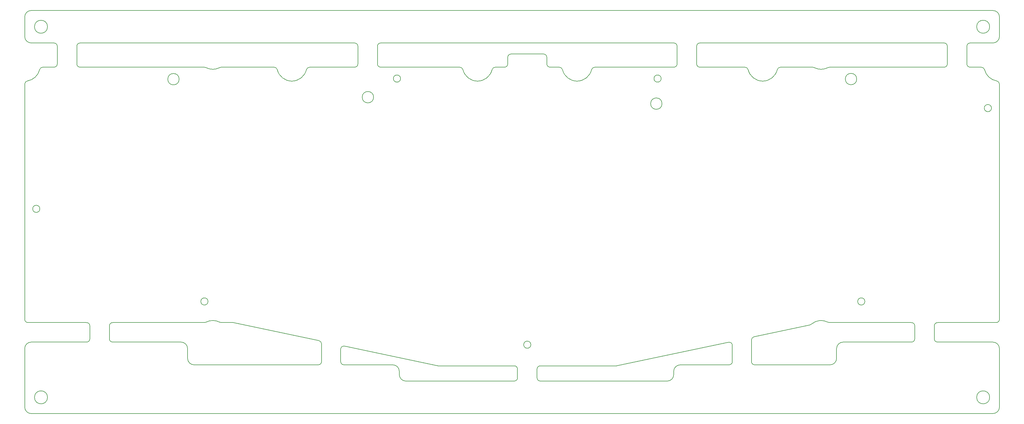
<source format=gm1>
G04 #@! TF.GenerationSoftware,KiCad,Pcbnew,(5.1.4)-1*
G04 #@! TF.CreationDate,2020-06-21T21:39:22+09:00*
G04 #@! TF.ProjectId,Vision,56697369-6f6e-42e6-9b69-6361645f7063,rev?*
G04 #@! TF.SameCoordinates,Original*
G04 #@! TF.FileFunction,Profile,NP*
%FSLAX46Y46*%
G04 Gerber Fmt 4.6, Leading zero omitted, Abs format (unit mm)*
G04 Created by KiCad (PCBNEW (5.1.4)-1) date 2020-06-21 21:39:22*
%MOMM*%
%LPD*%
G04 APERTURE LIST*
%ADD10C,0.200000*%
G04 APERTURE END LIST*
D10*
X211100000Y-170840880D02*
G75*
G03X211100000Y-170840880I-1100000J0D01*
G01*
X111984935Y-157540592D02*
G75*
G03X111984935Y-157540592I-1100000J0D01*
G01*
X297613758Y-85449999D02*
G75*
G02X298085348Y-85568181I0J-1000001D01*
G01*
X60365002Y-129037549D02*
G75*
G03X60365002Y-129037549I-1100000J0D01*
G01*
X338957501Y-84450000D02*
X338957501Y-79000000D01*
X287720189Y-85450000D02*
X297613758Y-85450000D01*
X162820840Y-94681951D02*
G75*
G03X162820840Y-94681951I-1750000J0D01*
G01*
X302329653Y-85568181D02*
G75*
G02X298085348Y-85568181I-2122152J3968181D01*
G01*
X338957501Y-84450000D02*
G75*
G02X337957501Y-85450000I-1000000J0D01*
G01*
X251369161Y-96661951D02*
G75*
G03X251369161Y-96661951I-1750000J0D01*
G01*
X311140001Y-89095431D02*
G75*
G03X311140001Y-89095431I-1750000J0D01*
G01*
X352507501Y-98037550D02*
G75*
G03X352507501Y-98037550I-1100000J0D01*
G01*
X302329653Y-85568182D02*
G75*
G02X302801243Y-85450000I471590J-881818D01*
G01*
X313637200Y-157540591D02*
G75*
G03X313637200Y-157540591I-1100000J0D01*
G01*
X337957501Y-78000000D02*
G75*
G02X338957501Y-79000000I0J-1000000D01*
G01*
X171100000Y-88950000D02*
G75*
G03X171100000Y-88950000I-1100000J0D01*
G01*
X103130002Y-89140593D02*
G75*
G03X103130002Y-89140593I-1750000J0D01*
G01*
X251100000Y-88950000D02*
G75*
G03X251100000Y-88950000I-1100000J0D01*
G01*
X302801243Y-85450000D02*
X337957501Y-85450000D01*
X81715001Y-165040592D02*
G75*
G02X82715001Y-164040592I1000000J0D01*
G01*
X107715000Y-177040592D02*
G75*
G02X105715000Y-175040592I0J2000000D01*
G01*
X213000000Y-178340880D02*
X213000000Y-181040592D01*
X337957501Y-78000000D02*
X263000000Y-78000000D01*
X182355067Y-177319028D02*
X153922912Y-171275587D01*
X62715001Y-187040592D02*
G75*
G03X62715001Y-187040592I-2000000J0D01*
G01*
X272957500Y-176040592D02*
G75*
G02X271957500Y-177040592I-1000000J0D01*
G01*
X254957500Y-180040592D02*
G75*
G02X252957500Y-182040592I-2000000J0D01*
G01*
X168715000Y-177040592D02*
G75*
G02X170715000Y-179040592I0J-2000000D01*
G01*
X271749589Y-170069860D02*
X237644934Y-177319028D01*
X152715000Y-172253735D02*
X152715000Y-176040592D01*
X351957500Y-187040592D02*
G75*
G03X351957500Y-187040592I-2000000J0D01*
G01*
X81715001Y-165040592D02*
X81715001Y-169040592D01*
X116058743Y-164040592D02*
G75*
G02X115587153Y-163922410I0J1000000D01*
G01*
X182562979Y-177340880D02*
G75*
G02X182355067Y-177319028I0J1000000D01*
G01*
X105715000Y-172040592D02*
X105715000Y-175040592D01*
X146054027Y-169603004D02*
X119987742Y-164062444D01*
X207000000Y-181040592D02*
X207000000Y-178340880D01*
X152715000Y-172253735D02*
G75*
G02X153922912Y-171275587I1000000J0D01*
G01*
X153715000Y-177040592D02*
X168715000Y-177040592D01*
X172715000Y-182040592D02*
X206000000Y-182040592D01*
X237437022Y-177340880D02*
X214000000Y-177340880D01*
X119779831Y-164040592D02*
X116058743Y-164040592D01*
X256957500Y-177040592D02*
X271957500Y-177040592D01*
X107715000Y-177040592D02*
X145846115Y-177040592D01*
X153715000Y-177040592D02*
G75*
G02X152715000Y-176040592I0J1000000D01*
G01*
X207000000Y-181040592D02*
G75*
G02X206000000Y-182040592I-1000000J0D01*
G01*
X254957500Y-180040592D02*
X254957500Y-179040592D01*
X272957500Y-176040592D02*
X272957500Y-171048007D01*
X271749588Y-170069859D02*
G75*
G02X272957500Y-171048007I207912J-978148D01*
G01*
X214000000Y-182040592D02*
G75*
G02X213000000Y-181040592I0J1000000D01*
G01*
X262000000Y-79000000D02*
X262000000Y-84450000D01*
X103715001Y-170040593D02*
G75*
G02X105715000Y-172040592I0J-1999999D01*
G01*
X206000000Y-177340880D02*
X182562979Y-177340880D01*
X170715000Y-179040592D02*
X170715000Y-180040592D01*
X146846115Y-176040592D02*
G75*
G02X145846115Y-177040592I-1000000J0D01*
G01*
X214000000Y-182040592D02*
X252957500Y-182040592D01*
X82715001Y-170040592D02*
G75*
G02X81715001Y-169040592I0J1000000D01*
G01*
X119779830Y-164040592D02*
G75*
G02X119987742Y-164062444I1J-1000000D01*
G01*
X286748041Y-86215634D02*
G75*
G02X287720189Y-85450000I972148J-234366D01*
G01*
X286748041Y-86215634D02*
G75*
G02X277804275Y-86215634I-4471883J1078084D01*
G01*
X110871258Y-164040592D02*
X82715001Y-164040592D01*
X146846115Y-176040592D02*
X146846115Y-170581151D01*
X276832127Y-85450000D02*
G75*
G02X277804275Y-86215634I0J-1000000D01*
G01*
X82715001Y-170040592D02*
X103715001Y-170040592D01*
X237644934Y-177319028D02*
G75*
G02X237437022Y-177340880I-207912J978148D01*
G01*
X111342848Y-163922410D02*
G75*
G02X110871258Y-164040592I-471590J881818D01*
G01*
X206000000Y-177340880D02*
G75*
G02X207000000Y-178340880I0J-1000000D01*
G01*
X146054027Y-169603003D02*
G75*
G02X146846115Y-170581151I-207912J-978148D01*
G01*
X172715000Y-182040592D02*
G75*
G02X170715000Y-180040592I0J2000000D01*
G01*
X213000000Y-178340880D02*
G75*
G02X214000000Y-177340880I1000000J0D01*
G01*
X263000000Y-85450000D02*
X276832127Y-85450000D01*
X263000000Y-85450000D02*
G75*
G02X262000000Y-84450000I0J1000000D01*
G01*
X262000000Y-79000000D02*
G75*
G02X263000000Y-78000000I1000000J0D01*
G01*
X111342847Y-163922410D02*
G75*
G02X115587153Y-163922410I2122153J-3968182D01*
G01*
X219832127Y-85450000D02*
G75*
G02X220804275Y-86215634I0J-1000000D01*
G01*
X216000000Y-82400000D02*
X216000000Y-84450000D01*
X165000000Y-85450000D02*
X189279812Y-85450000D01*
X165000000Y-85450000D02*
G75*
G02X164000000Y-84450000I0J1000000D01*
G01*
X143167874Y-85450000D02*
X157000000Y-85450000D01*
X110871258Y-85449999D02*
G75*
G02X111342848Y-85568181I0J-1000001D01*
G01*
X72715001Y-85450000D02*
G75*
G02X71715001Y-84450000I0J1000000D01*
G01*
X204000000Y-84450000D02*
X204000000Y-82400000D01*
X204000000Y-82400000D02*
G75*
G02X205000000Y-81400000I1000000J0D01*
G01*
X304957500Y-175040592D02*
X304957500Y-172040592D01*
X304957500Y-175040592D02*
G75*
G02X302957500Y-177040592I-2000000J0D01*
G01*
X158000000Y-84450000D02*
G75*
G02X157000000Y-85450000I-1000000J0D01*
G01*
X278826386Y-169375424D02*
X278826386Y-176040592D01*
X306957500Y-170040592D02*
X327957500Y-170040592D01*
X164000000Y-79000000D02*
G75*
G02X165000000Y-78000000I1000000J0D01*
G01*
X279826386Y-177040592D02*
G75*
G02X278826386Y-176040592I0J1000000D01*
G01*
X297223385Y-164522348D02*
G75*
G02X296768161Y-164751998I-663136J748497D01*
G01*
X230720189Y-85450000D02*
X255000000Y-85450000D01*
X72715001Y-85450000D02*
X110871258Y-85450000D01*
X328957500Y-169040592D02*
X328957500Y-165040591D01*
X354957501Y-70000000D02*
X354957501Y-76000000D01*
X328957500Y-169040592D02*
G75*
G02X327957500Y-170040592I-1000000J0D01*
G01*
X296768161Y-164751998D02*
X279618474Y-168397277D01*
X217000000Y-85450000D02*
X219832127Y-85450000D01*
X256000000Y-84450000D02*
X256000000Y-79000000D01*
X229748041Y-86215634D02*
G75*
G02X230720189Y-85450000I972148J-234366D01*
G01*
X229748041Y-86215634D02*
G75*
G02X220804275Y-86215634I-4471883J1078084D01*
G01*
X205000000Y-81400000D02*
X215000000Y-81400000D01*
X189279812Y-85450000D02*
G75*
G02X190251960Y-86215634I0J-1000000D01*
G01*
X255000000Y-78000000D02*
X165000000Y-78000000D01*
X157000000Y-78000000D02*
G75*
G02X158000000Y-79000000I0J-1000000D01*
G01*
X116058743Y-85450000D02*
X132279812Y-85450000D01*
X352957501Y-68000000D02*
G75*
G02X354957501Y-70000000I0J-2000000D01*
G01*
X132279812Y-85450000D02*
G75*
G02X133251960Y-86215634I0J-1000000D01*
G01*
X199195726Y-86215634D02*
G75*
G02X190251960Y-86215634I-4471883J1078084D01*
G01*
X254957500Y-179040592D02*
G75*
G02X256957500Y-177040592I2000000J0D01*
G01*
X142195726Y-86215634D02*
G75*
G02X143167874Y-85450000I972148J-234366D01*
G01*
X115587153Y-85568182D02*
G75*
G02X116058743Y-85450000I471590J-881818D01*
G01*
X256000000Y-84450000D02*
G75*
G02X255000000Y-85450000I-1000000J0D01*
G01*
X71715001Y-79000000D02*
G75*
G02X72715001Y-78000000I1000000J0D01*
G01*
X304957500Y-172040592D02*
G75*
G02X306957500Y-170040592I2000000J0D01*
G01*
X302801243Y-164040592D02*
G75*
G02X302329653Y-163922410I0J1000001D01*
G01*
X351957501Y-73000000D02*
G75*
G03X351957501Y-73000000I-2000000J0D01*
G01*
X200167874Y-85450000D02*
X203000000Y-85450000D01*
X62715001Y-73000000D02*
G75*
G03X62715001Y-73000000I-2000000J0D01*
G01*
X164000000Y-79000000D02*
X164000000Y-84450000D01*
X158000000Y-84450000D02*
X158000000Y-79000000D01*
X297223386Y-164522349D02*
G75*
G02X302329653Y-163922410I2984115J-3368242D01*
G01*
X217000000Y-85450000D02*
G75*
G02X216000000Y-84450000I0J1000000D01*
G01*
X157000000Y-78000000D02*
X72715001Y-78000000D01*
X327957500Y-164040591D02*
X302801243Y-164040591D01*
X71715001Y-79000000D02*
X71715001Y-84450000D01*
X204000000Y-84450000D02*
G75*
G02X203000000Y-85450000I-1000000J0D01*
G01*
X199195726Y-86215634D02*
G75*
G02X200167874Y-85450000I972148J-234366D01*
G01*
X142195726Y-86215634D02*
G75*
G02X133251960Y-86215634I-4471883J1078084D01*
G01*
X279826386Y-177040592D02*
X302957500Y-177040592D01*
X115587153Y-85568181D02*
G75*
G02X111342848Y-85568181I-2122153J3968181D01*
G01*
X278826387Y-169375424D02*
G75*
G02X279618474Y-168397277I999999J0D01*
G01*
X327957500Y-164040591D02*
G75*
G02X328957500Y-165040591I0J-1000000D01*
G01*
X255000000Y-78000000D02*
G75*
G02X256000000Y-79000000I0J-1000000D01*
G01*
X215000000Y-81400000D02*
G75*
G02X216000000Y-82400000I0J-1000000D01*
G01*
X57715001Y-68000000D02*
X352957501Y-68000000D01*
X354957500Y-172040592D02*
X354957500Y-190040592D01*
X74715001Y-164040592D02*
G75*
G02X75715001Y-165040592I0J-1000000D01*
G01*
X354118214Y-89677754D02*
G75*
G02X354957500Y-90664755I-160714J-987001D01*
G01*
X353957500Y-164040591D02*
X335957500Y-164040591D01*
X345957501Y-85450000D02*
G75*
G02X344957501Y-84450000I0J1000000D01*
G01*
X345957501Y-85450000D02*
X349413469Y-85450000D01*
X57715001Y-78000000D02*
G75*
G02X55715001Y-76000000I0J2000000D01*
G01*
X61259033Y-85450000D02*
X64715001Y-85450000D01*
X57715001Y-170040592D02*
X74715001Y-170040592D01*
X55715001Y-90664755D02*
G75*
G02X56554287Y-89677754I1000000J0D01*
G01*
X335957500Y-170040592D02*
G75*
G02X334957500Y-169040592I0J1000000D01*
G01*
X75715001Y-169040592D02*
X75715001Y-165040592D01*
X64715001Y-78000000D02*
G75*
G02X65715001Y-79000000I0J-1000000D01*
G01*
X75715001Y-169040592D02*
G75*
G02X74715001Y-170040592I-1000000J0D01*
G01*
X354957500Y-163040591D02*
G75*
G02X353957500Y-164040591I-1000000J0D01*
G01*
X65715001Y-84450000D02*
G75*
G02X64715001Y-85450000I-1000000J0D01*
G01*
X60286884Y-86215633D02*
G75*
G02X56554287Y-89677754I-4471883J1078083D01*
G01*
X334957500Y-165040591D02*
X334957500Y-169040592D01*
X352957500Y-170040592D02*
G75*
G02X354957500Y-172040592I0J-2000000D01*
G01*
X349413469Y-85449999D02*
G75*
G02X350385618Y-86215634I0J-1000001D01*
G01*
X354957500Y-190040592D02*
G75*
G02X352957500Y-192040592I-2000000J0D01*
G01*
X334957500Y-165040591D02*
G75*
G02X335957500Y-164040591I1000000J0D01*
G01*
X55715001Y-172040592D02*
G75*
G02X57715001Y-170040592I2000000J0D01*
G01*
X57715001Y-192040592D02*
G75*
G02X55715001Y-190040592I0J2000000D01*
G01*
X354957501Y-76000000D02*
G75*
G02X352957501Y-78000000I-2000000J0D01*
G01*
X335957500Y-170040592D02*
X352957500Y-170040592D01*
X352957500Y-192040592D02*
X57715001Y-192040592D01*
X344957501Y-79000000D02*
G75*
G02X345957501Y-78000000I1000000J0D01*
G01*
X55715001Y-70000000D02*
G75*
G02X57715001Y-68000000I2000000J0D01*
G01*
X56715001Y-164040592D02*
G75*
G02X55715001Y-163040592I0J1000000D01*
G01*
X55715001Y-190040592D02*
X55715001Y-172040592D01*
X55715001Y-76000000D02*
X55715001Y-70000000D01*
X55715001Y-163040592D02*
X55715001Y-90664755D01*
X354957500Y-90664755D02*
X354957500Y-163040591D01*
X74715001Y-164040592D02*
X56715001Y-164040592D01*
X344957501Y-79000000D02*
X344957501Y-84450000D01*
X352957501Y-78000000D02*
X345957501Y-78000000D01*
X64715001Y-78000000D02*
X57715001Y-78000000D01*
X65715001Y-84450000D02*
X65715001Y-79000000D01*
X60286885Y-86215634D02*
G75*
G02X61259033Y-85450000I972148J-234366D01*
G01*
X354118215Y-89677754D02*
G75*
G02X350385618Y-86215634I739286J4540204D01*
G01*
M02*

</source>
